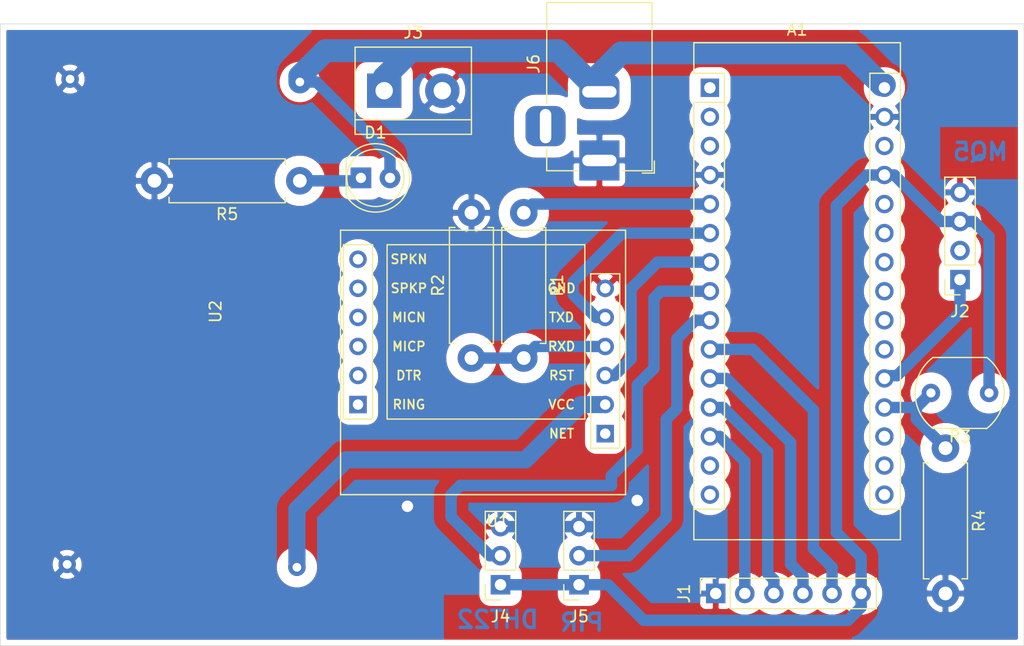
<source format=kicad_pcb>
(kicad_pcb (version 20211014) (generator pcbnew)
  (layers (0 "F.Cu" signal) (31 "B.Cu" signal) (34 "B.Paste" user) (35 "F.Paste" user) (36 "B.SilkS" user "B.Silkscreen") (37 "F.SilkS" user "F.Silkscreen") (38 "B.Mask" user) (39 "F.Mask" user) (44 "Edge.Cuts" user))
  (net 0 "")
  (net 1 "Net-(A1-Pad1)")
  (net 2 "Net-(A1-Pad17)")
  (net 3 "Net-(A1-Pad2)")
  (net 4 "Net-(A1-Pad18)")
  (net 5 "Net-(A1-Pad3)")
  (net 6 "/LDR_SENSE")
  (net 7 "GND")
  (net 8 "/GAS_SENSE")
  (net 9 "/5V_GSM_RX")
  (net 10 "Net-(A1-Pad21)")
  (net 11 "/GSM_TX")
  (net 12 "Net-(A1-Pad22)")
  (net 13 "/GSM_RST")
  (net 14 "Net-(A1-Pad23)")
  (net 15 "/TEMP_SENSE")
  (net 16 "Net-(A1-Pad24)")
  (net 17 "/PIR_SENSE")
  (net 18 "Net-(A1-Pad25)")
  (net 19 "/ELECTRIC_FAN")
  (net 20 "Net-(A1-Pad26)")
  (net 21 "/APPLIANCE")
  (net 22 "+5V")
  (net 23 "/INSIDE_BULB")
  (net 24 "Net-(A1-Pad28)")
  (net 25 "/OUTSIDE_BULB")
  (net 26 "Net-(A1-Pad14)")
  (net 27 "VCC")
  (net 28 "Net-(A1-Pad15)")
  (net 29 "Net-(A1-Pad16)")
  (net 30 "Net-(D1-Pad1)")
  (net 31 "Net-(J2-Pad2)")
  (net 32 "/GSM_RX")
  (net 33 "Net-(U1-Pad6)")
  (net 34 "Net-(U1-Pad7)")
  (net 35 "Net-(U1-Pad8)")
  (net 36 "Net-(U1-Pad9)")
  (net 37 "Net-(U1-Pad10)")
  (net 38 "Net-(U1-Pad11)")
  (net 39 "+4V")
  (footprint "Module:Arduino_Nano" (layer "F.Cu") (at 83.312 52.07)
    (fp_text reference "A1" (at 7.62 -5.08) (layer "F.SilkS"))
    (fp_text value "Arduino_Nano_v3.x")
    (fp_line (start 13.97 -1.27) (end 13.97 36.83) (layer "F.SilkS") (width 0.12))
    (fp_line (start -1.4 39.5) (end 16.64 39.5) (layer "F.SilkS") (width 0.12))
    (fp_line (start 16.64 -3.94) (end -1.4 -3.94) (layer "F.SilkS") (width 0.12))
    (fp_line (start 13.97 -1.27) (end 16.64 -1.27) (layer "F.SilkS") (width 0.12))
    (fp_line (start 1.27 1.27) (end 1.27 -1.27) (layer "F.SilkS") (width 0.12))
    (fp_line (start -1.4 -3.94) (end -1.4 -1.27) (layer "F.SilkS") (width 0.12))
    (fp_line (start 1.27 1.27) (end 1.27 36.83) (layer "F.SilkS") (width 0.12))
    (fp_line (start 1.27 1.27) (end -1.4 1.27) (layer "F.SilkS") (width 0.12))
    (fp_line (start -1.4 1.27) (end -1.4 39.5) (layer "F.SilkS") (width 0.12))
    (fp_line (start 16.64 39.5) (end 16.64 -3.94) (layer "F.SilkS") (width 0.12))
    (fp_line (start 13.97 36.83) (end 16.64 36.83) (layer "F.SilkS") (width 0.12))
    (fp_line (start 1.27 -1.27) (end -1.4 -1.27) (layer "F.SilkS") (width 0.12))
    (fp_line (start 1.27 36.83) (end -1.4 36.83) (layer "F.SilkS") (width 0.12))
    (pad "1" thru_hole rect locked (at 0 0) (size 1.6 1.6) (drill 1) (layers *.Cu *.Mask) (net 1 "Net-(A1-Pad1)"))
    (pad "2" thru_hole oval locked (at 0 2.54) (size 1.6 1.6) (drill 1) (layers *.Cu *.Mask) (net 3 "Net-(A1-Pad2)"))
    (pad "3" thru_hole oval locked (at 0 5.08) (size 1.6 1.6) (drill 1) (layers *.Cu *.Mask) (net 5 "Net-(A1-Pad3)"))
    (pad "4" thru_hole oval locked (at 0 7.62) (size 1.6 1.6) (drill 1) (layers *.Cu *.Mask) (net 7 "GND"))
    (pad "5" thru_hole oval locked (at 0 10.16) (size 1.6 1.6) (drill 1) (layers *.Cu *.Mask) (net 9 "/5V_GSM_RX"))
    (pad "6" thru_hole oval locked (at 0 12.7) (size 1.6 1.6) (drill 1) (layers *.Cu *.Mask) (net 11 "/GSM_TX"))
    (pad "7" thru_hole oval locked (at 0 15.24) (size 1.6 1.6) (drill 1) (layers *.Cu *.Mask) (net 13 "/GSM_RST"))
    (pad "8" thru_hole oval locked (at 0 17.78) (size 1.6 1.6) (drill 1) (layers *.Cu *.Mask) (net 15 "/TEMP_SENSE"))
    (pad "9" thru_hole oval locked (at 0 20.32) (size 1.6 1.6) (drill 1) (layers *.Cu *.Mask) (net 17 "/PIR_SENSE"))
    (pad "10" thru_hole oval locked (at 0 22.86) (size 1.6 1.6) (drill 1) (layers *.Cu *.Mask) (net 19 "/ELECTRIC_FAN"))
    (pad "11" thru_hole oval locked (at 0 25.4) (size 1.6 1.6) (drill 1) (layers *.Cu *.Mask) (net 21 "/APPLIANCE"))
    (pad "12" thru_hole oval locked (at 0 27.94) (size 1.6 1.6) (drill 1) (layers *.Cu *.Mask) (net 23 "/INSIDE_BULB"))
    (pad "13" thru_hole oval locked (at 0 30.48) (size 1.6 1.6) (drill 1) (layers *.Cu *.Mask) (net 25 "/OUTSIDE_BULB"))
    (pad "14" thru_hole oval locked (at 0 33.02) (size 1.6 1.6) (drill 1) (layers *.Cu *.Mask) (net 26 "Net-(A1-Pad14)"))
    (pad "15" thru_hole oval locked (at 0 35.56) (size 1.6 1.6) (drill 1) (layers *.Cu *.Mask) (net 28 "Net-(A1-Pad15)"))
    (pad "16" thru_hole oval locked (at 15.24 35.56) (size 1.6 1.6) (drill 1) (layers *.Cu *.Mask) (net 29 "Net-(A1-Pad16)"))
    (pad "17" thru_hole oval locked (at 15.24 33.02) (size 1.6 1.6) (drill 1) (layers *.Cu *.Mask) (net 2 "Net-(A1-Pad17)"))
    (pad "18" thru_hole oval locked (at 15.24 30.48) (size 1.6 1.6) (drill 1) (layers *.Cu *.Mask) (net 4 "Net-(A1-Pad18)"))
    (pad "19" thru_hole oval locked (at 15.24 27.94) (size 1.6 1.6) (drill 1) (layers *.Cu *.Mask) (net 6 "/LDR_SENSE"))
    (pad "20" thru_hole oval locked (at 15.24 25.4) (size 1.6 1.6) (drill 1) (layers *.Cu *.Mask) (net 8 "/GAS_SENSE"))
    (pad "21" thru_hole oval locked (at 15.24 22.86) (size 1.6 1.6) (drill 1) (layers *.Cu *.Mask) (net 10 "Net-(A1-Pad21)"))
    (pad "22" thru_hole oval locked (at 15.24 20.32) (size 1.6 1.6) (drill 1) (layers *.Cu *.Mask) (net 12 "Net-(A1-Pad22)"))
    (pad "23" thru_hole oval locked (at 15.24 17.78) (size 1.6 1.6) (drill 1) (layers *.Cu *.Mask) (net 14 "Net-(A1-Pad23)"))
    (pad "24" thru_hole oval locked (at 15.24 15.24) (size 1.6 1.6) (drill 1) (layers *.Cu *.Mask) (net 16 "Net-(A1-Pad24)"))
    (pad "25" thru_hole oval locked (at 15.24 12.7) (size 1.6 1.6) (drill 1) (layers *.Cu *.Mask) (net 18 "Net-(A1-Pad25)"))
    (pad "26" thru_hole oval locked (at 15.24 10.16) (size 1.6 1.6) (drill 1) (layers *.Cu *.Mask) (net 20 "Net-(A1-Pad26)"))
    (pad "27" thru_hole oval locked (at 15.24 7.62) (size 1.6 1.6) (drill 1) (layers *.Cu *.Mask) (net 22 "+5V"))
    (pad "28" thru_hole oval locked (at 15.24 5.08) (size 1.6 1.6) (drill 1) (layers *.Cu *.Mask) (net 24 "Net-(A1-Pad28)"))
    (pad "29" thru_hole oval locked (at 15.24 2.54) (size 1.6 1.6) (drill 1) (layers *.Cu *.Mask) (net 7 "GND"))
    (pad "30" thru_hole oval locked (at 15.24 0) (size 1.6 1.6) (drill 1) (layers *.Cu *.Mask) (net 27 "VCC"))
  )
  (footprint "LED_THT:LED_D5.0mm" (layer "F.Cu") (at 52.832 59.944)
    (fp_text reference "D1" (at 1.27 -3.96) (layer "F.SilkS"))
    (fp_text value "LED_Small")
    (fp_line (start -1.29 -1.545) (end -1.29 1.545) (layer "F.SilkS") (width 0.12))
    (fp_arc (start 4.26 -0.000462) (mid 2.072002 2.880433) (end -1.29 1.54483) (layer "F.SilkS") (width 0.12))
    (fp_arc (start -1.29 -1.54483) (mid 2.072002 -2.880433) (end 4.26 0.000462) (layer "F.SilkS") (width 0.12))
    (fp_circle (center 1.27 0) (end 3.77 0) (layer "F.SilkS") (width 0.12) (fill none))
    (pad "1" thru_hole rect locked (at 0 0) (size 1.8 1.8) (drill 0.9) (layers *.Cu *.Mask) (net 30 "Net-(D1-Pad1)"))
    (pad "2" thru_hole circle locked (at 2.54 0) (size 1.8 1.8) (drill 0.9) (layers *.Cu *.Mask) (net 27 "VCC"))
  )
  (footprint "Connector_PinSocket_2.54mm:PinSocket_1x06_P2.54mm_Vertical" (layer "F.Cu") (at 83.82 96.266 90)
    (fp_text reference "J1" (at 0 -2.77 90) (layer "F.SilkS"))
    (fp_text value "RELAY MODULE")
    (fp_line (start 0 -1.33) (end 1.33 -1.33) (layer "F.SilkS") (width 0.12))
    (fp_line (start -1.33 1.27) (end -1.33 14.03) (layer "F.SilkS") (width 0.12))
    (fp_line (start -1.33 14.03) (end 1.33 14.03) (layer "F.SilkS") (width 0.12))
    (fp_line (start 1.33 -1.33) (end 1.33 0) (layer "F.SilkS") (width 0.12))
    (fp_line (start 1.33 1.27) (end 1.33 14.03) (layer "F.SilkS") (width 0.12))
    (fp_line (start -1.33 1.27) (end 1.33 1.27) (layer "F.SilkS") (width 0.12))
    (pad "1" thru_hole rect locked (at 0 0 90) (size 1.7 1.7) (drill 1) (layers *.Cu *.Mask) (net 7 "GND"))
    (pad "2" thru_hole oval locked (at 0 2.54 90) (size 1.7 1.7) (drill 1) (layers *.Cu *.Mask) (net 25 "/OUTSIDE_BULB"))
    (pad "3" thru_hole oval locked (at 0 5.08 90) (size 1.7 1.7) (drill 1) (layers *.Cu *.Mask) (net 23 "/INSIDE_BULB"))
    (pad "4" thru_hole oval locked (at 0 7.62 90) (size 1.7 1.7) (drill 1) (layers *.Cu *.Mask) (net 21 "/APPLIANCE"))
    (pad "5" thru_hole oval locked (at 0 10.16 90) (size 1.7 1.7) (drill 1) (layers *.Cu *.Mask) (net 19 "/ELECTRIC_FAN"))
    (pad "6" thru_hole oval locked (at 0 12.7 90) (size 1.7 1.7) (drill 1) (layers *.Cu *.Mask) (net 22 "+5V"))
  )
  (footprint "Connector_PinSocket_2.54mm:PinSocket_1x04_P2.54mm_Vertical" (layer "F.Cu") (at 105.156 68.834 180)
    (fp_text reference "J2" (at 0 -2.77) (layer "F.SilkS"))
    (fp_text value "MQ5")
    (fp_line (start 1.33 -1.33) (end 1.33 0) (layer "F.SilkS") (width 0.12))
    (fp_line (start 1.33 1.27) (end 1.33 8.95) (layer "F.SilkS") (width 0.12))
    (fp_line (start 0 -1.33) (end 1.33 -1.33) (layer "F.SilkS") (width 0.12))
    (fp_line (start -1.33 8.95) (end 1.33 8.95) (layer "F.SilkS") (width 0.12))
    (fp_line (start -1.33 1.27) (end 1.33 1.27) (layer "F.SilkS") (width 0.12))
    (fp_line (start -1.33 1.27) (end -1.33 8.95) (layer "F.SilkS") (width 0.12))
    (pad "1" thru_hole rect locked (at 0 0 180) (size 1.7 1.7) (drill 1) (layers *.Cu *.Mask) (net 8 "/GAS_SENSE"))
    (pad "2" thru_hole oval locked (at 0 2.54 180) (size 1.7 1.7) (drill 1) (layers *.Cu *.Mask) (net 31 "Net-(J2-Pad2)"))
    (pad "3" thru_hole oval locked (at 0 5.08 180) (size 1.7 1.7) (drill 1) (layers *.Cu *.Mask) (net 22 "+5V"))
    (pad "4" thru_hole oval locked (at 0 7.62 180) (size 1.7 1.7) (drill 1) (layers *.Cu *.Mask) (net 7 "GND"))
  )
  (footprint "TerminalBlock:TerminalBlock_bornier-2_P5.08mm" (layer "F.Cu") (at 54.864 52.324)
    (fp_text reference "J3" (at 2.54 -5.08) (layer "F.SilkS"))
    (fp_text value "Screw_Terminal_01x02")
    (fp_line (start -2.54 -3.81) (end -2.54 3.81) (layer "F.SilkS") (width 0.12))
    (fp_line (start 7.62 3.81) (end 7.62 -3.81) (layer "F.SilkS") (width 0.12))
    (fp_line (start 7.62 -3.81) (end -2.54 -3.81) (layer "F.SilkS") (width 0.12))
    (fp_line (start -2.54 3.81) (end 7.62 3.81) (layer "F.SilkS") (width 0.12))
    (fp_line (start 7.62 2.54) (end -2.54 2.54) (layer "F.SilkS") (width 0.12))
    (pad "1" thru_hole rect locked (at 0 0) (size 3 3) (drill 1.52) (layers *.Cu *.Mask) (net 27 "VCC"))
    (pad "2" thru_hole circle locked (at 5.08 0) (size 3 3) (drill 1.52) (layers *.Cu *.Mask) (net 7 "GND"))
  )
  (footprint "Connector_PinSocket_2.54mm:PinSocket_1x03_P2.54mm_Vertical" (layer "F.Cu") (at 65.024 95.504 180)
    (fp_text reference "J4" (at 0 -2.77) (layer "F.SilkS"))
    (fp_text value "DHT22")
    (fp_line (start -1.33 6.41) (end 1.33 6.41) (layer "F.SilkS") (width 0.12))
    (fp_line (start 0 -1.33) (end 1.33 -1.33) (layer "F.SilkS") (width 0.12))
    (fp_line (start -1.33 1.27) (end 1.33 1.27) (layer "F.SilkS") (width 0.12))
    (fp_line (start -1.33 1.27) (end -1.33 6.41) (layer "F.SilkS") (width 0.12))
    (fp_line (start 1.33 -1.33) (end 1.33 0) (layer "F.SilkS") (width 0.12))
    (fp_line (start 1.33 1.27) (end 1.33 6.41) (layer "F.SilkS") (width 0.12))
    (pad "1" thru_hole rect locked (at 0 0 180) (size 1.7 1.7) (drill 1) (layers *.Cu *.Mask) (net 22 "+5V"))
    (pad "2" thru_hole oval locked (at 0 2.54 180) (size 1.7 1.7) (drill 1) (layers *.Cu *.Mask) (net 15 "/TEMP_SENSE"))
    (pad "3" thru_hole oval locked (at 0 5.08 180) (size 1.7 1.7) (drill 1) (layers *.Cu *.Mask) (net 7 "GND"))
  )
  (footprint "Connector_PinSocket_2.54mm:PinSocket_1x03_P2.54mm_Vertical" (layer "F.Cu") (at 71.882 95.504 180)
    (fp_text reference "J5" (at 0 -2.77) (layer "F.SilkS"))
    (fp_text value "PIR")
    (fp_line (start 0 -1.33) (end 1.33 -1.33) (layer "F.SilkS") (width 0.12))
    (fp_line (start -1.33 1.27) (end -1.33 6.41) (layer "F.SilkS") (width 0.12))
    (fp_line (start 1.33 -1.33) (end 1.33 0) (layer "F.SilkS") (width 0.12))
    (fp_line (start -1.33 1.27) (end 1.33 1.27) (layer "F.SilkS") (width 0.12))
    (fp_line (start -1.33 6.41) (end 1.33 6.41) (layer "F.SilkS") (width 0.12))
    (fp_line (start 1.33 1.27) (end 1.33 6.41) (layer "F.SilkS") (width 0.12))
    (pad "1" thru_hole rect locked (at 0 0 180) (size 1.7 1.7) (drill 1) (layers *.Cu *.Mask) (net 22 "+5V"))
    (pad "2" thru_hole oval locked (at 0 2.54 180) (size 1.7 1.7) (drill 1) (layers *.Cu *.Mask) (net 17 "/PIR_SENSE"))
    (pad "3" thru_hole oval locked (at 0 5.08 180) (size 1.7 1.7) (drill 1) (layers *.Cu *.Mask) (net 7 "GND"))
  )
  (footprint "OptoDevice:R_LDR_7x6mm_P5.1mm_Vertical" (layer "F.Cu") (at 107.696 78.74 180)
    (fp_text reference "R3" (at 2.54 -3.81) (layer "F.SilkS"))
    (fp_text value "R_PHOTO")
    (fp_line (start 0.2 -3.1) (end 4.9 -3.1) (layer "F.SilkS") (width 0.12))
    (fp_line (start 0.2 3.1) (end 4.9 3.1) (layer "F.SilkS") (width 0.12))
    (fp_arc (start 0.2 3.1) (mid -1.320423 -0.016888) (end 0.226796 -3.120561) (layer "F.SilkS") (width 0.12))
    (fp_arc (start 4.9 -3.1) (mid 6.460049 0.00492) (end 4.89209 3.105853) (layer "F.SilkS") (width 0.12))
    (pad "1" thru_hole circle locked (at 0 0 180) (size 1.6 1.6) (drill 0.8) (layers *.Cu *.Mask) (net 22 "+5V"))
    (pad "2" thru_hole circle locked (at 5.08 0 180) (size 1.6 1.6) (drill 0.8) (layers *.Cu *.Mask) (net 6 "/LDR_SENSE"))
  )
  (footprint "Resistor_THT:R_Axial_DIN0411_L9.9mm_D3.6mm_P12.70mm_Horizontal" (layer "F.Cu") (at 103.886 83.566 -90)
    (fp_text reference "R4" (at 6.35 -2.92 90) (layer "F.SilkS"))
    (fp_text value "R_Small")
    (fp_line (start 1.28 1.92) (end 11.42 1.92) (layer "F.SilkS") (width 0.12))
    (fp_line (start 1.28 -1.92) (end 11.42 -1.92) (layer "F.SilkS") (width 0.12))
    (fp_line (start 11.42 -1.92) (end 11.42 -1.44) (layer "F.SilkS") (width 0.12))
    (fp_line (start 11.42 1.92) (end 11.42 1.44) (layer "F.SilkS") (width 0.12))
    (fp_line (start 1.28 -1.44) (end 1.28 -1.92) (layer "F.SilkS") (width 0.12))
    (fp_line (start 1.28 1.44) (end 1.28 1.92) (layer "F.SilkS") (width 0.12))
    (pad "1" thru_hole circle locked (at 0 0 270) (size 2.4 2.4) (drill 1.2) (layers *.Cu *.Mask) (net 6 "/LDR_SENSE"))
    (pad "2" thru_hole oval locked (at 12.7 0 270) (size 2.4 2.4) (drill 1.2) (layers *.Cu *.Mask) (net 7 "GND"))
  )
  (footprint "Resistor_THT:R_Axial_DIN0411_L9.9mm_D3.6mm_P12.70mm_Horizontal" (layer "F.Cu") (at 47.498 60.198 180)
    (fp_text reference "R5" (at 6.35 -2.92) (layer "F.SilkS"))
    (fp_text value "R_Small")
    (fp_line (start 1.28 1.44) (end 1.28 1.92) (layer "F.SilkS") (width 0.12))
    (fp_line (start 11.42 -1.92) (end 11.42 -1.44) (layer "F.SilkS") (width 0.12))
    (fp_line (start 1.28 -1.44) (end 1.28 -1.92) (layer "F.SilkS") (width 0.12))
    (fp_line (start 11.42 1.92) (end 11.42 1.44) (layer "F.SilkS") (width 0.12))
    (fp_line (start 1.28 1.92) (end 11.42 1.92) (layer "F.SilkS") (width 0.12))
    (fp_line (start 1.28 -1.92) (end 11.42 -1.92) (layer "F.SilkS") (width 0.12))
    (pad "1" thru_hole circle locked (at 0 0 180) (size 2.4 2.4) (drill 1.2) (layers *.Cu *.Mask) (net 30 "Net-(D1-Pad1)"))
    (pad "2" thru_hole oval locked (at 12.7 0 180) (size 2.4 2.4) (drill 1.2) (layers *.Cu *.Mask) (net 7 "GND"))
  )
  (footprint "A_personal:SIM800L" (layer "F.Cu") (at 74.168 82.296 180)
    (fp_text reference "U1" (at 9.398 -7.62 180) (layer "F.SilkS"))
    (fp_text value "SIM800L")
    (fp_text user "GND" (at 3.81 12.7 180) (layer "F.SilkS") (effects (font (size 0.8 0.8))))
    (fp_text user "DTR" (at 17.145 5.08 180) (layer "F.SilkS") (effects (font (size 0.8 0.8))))
    (fp_text user "RING" (at 17.145 2.54 180) (layer "F.SilkS") (effects (font (size 0.8 0.8))))
    (fp_text user "MICN" (at 17.145 10.16 180) (layer "F.SilkS") (effects (font (size 0.8 0.8))))
    (fp_text user "MICP" (at 17.145 7.62 180) (layer "F.SilkS") (effects (font (size 0.8 0.8))))
    (fp_text user "VCC" (at 3.81 2.54 180) (layer "F.SilkS") (effects (font (size 0.8 0.8))))
    (fp_text user "NET" (at 3.81 0 180) (layer "F.SilkS") (effects (font (size 0.8 0.8))))
    (fp_text user "SPKP" (at 17.145 12.7 180) (layer "F.SilkS") (effects (font (size 0.8 0.8))))
    (fp_text user "TXD" (at 3.81 10.16 180) (layer "F.SilkS") (effects (font (size 0.8 0.8))))
    (fp_text user "SPKN" (at 17.145 15.24 180) (layer "F.SilkS") (effects (font (size 0.8 0.8))))
    (fp_text user "RXD" (at 3.81 7.62 180) (layer "F.SilkS") (effects (font (size 0.8 0.8))))
    (fp_text user "RST" (at 3.81 5.08 180) (layer "F.SilkS") (effects (font (size 0.8 0.8))))
    (fp_line (start 1.27 13.97) (end -1.27 13.97) (layer "F.SilkS") (width 0.12))
    (fp_line (start 22.86 16.51) (end 22.86 1.27) (layer "F.SilkS") (width 0.12))
    (fp_line (start 23.114 -5.334) (end 23.114 17.78) (layer "F.SilkS") (width 0.12))
    (fp_line (start 1.27 -1.27) (end 1.27 13.97) (layer "F.SilkS") (width 0.12))
    (fp_line (start 20.32 1.27) (end 20.32 16.51) (layer "F.SilkS") (width 0.12))
    (fp_line (start 19.05 16.51) (end 1.778 16.51) (layer "F.SilkS") (width 0.12))
    (fp_line (start 20.32 16.51) (end 22.86 16.51) (layer "F.SilkS") (width 0.12))
    (fp_line (start 1.778 16.51) (end 1.778 1.27) (layer "F.SilkS") (width 0.12))
    (fp_line (start -1.778 -5.334) (end -1.778 17.78) (layer "F.SilkS") (width 0.12))
    (fp_line (start 19.05 1.27) (end 19.05 16.51) (layer "F.SilkS") (width 0.12))
    (fp_line (start -1.778 -5.334) (end 23.114 -5.334) (layer "F.SilkS") (width 0.12))
    (fp_line (start 22.86 1.27) (end 20.32 1.27) (layer "F.SilkS") (width 0.12))
    (fp_line (start 1.778 1.27) (end 19.05 1.27) (layer "F.SilkS") (width 0.12))
    (fp_line (start -1.778 17.78) (end 23.114 17.78) (layer "F.SilkS") (width 0.12))
    (fp_line (start -1.27 -1.27) (end 1.27 -1.27) (layer "F.SilkS") (width 0.12))
    (fp_line (start -1.27 13.97) (end -1.27 -1.27) (layer "F.SilkS") (width 0.12))
    (pad "0" thru_hole rect locked (at 0 0 180) (size 1.524 1.524) (drill 0.91) (layers *.Cu *.Mask))
    (pad "1" thru_hole circle locked (at 0 2.54 180) (size 1.524 1.524) (drill 0.91) (layers *.Cu *.Mask) (net 39 "+4V"))
    (pad "2" thru_hole circle locked (at 0 5.08 180) (size 1.524 1.524) (drill 0.91) (layers *.Cu *.Mask) (net 13 "/GSM_RST"))
    (pad "3" thru_hole circle locked (at 0 7.62 180) (size 1.524 1.524) (drill 0.91) (layers *.Cu *.Mask) (net 32 "/GSM_RX"))
    (pad "4" thru_hole circle locked (at 0 10.16 180) (size 1.524 1.524) (drill 0.91) (layers *.Cu *.Mask) (net 11 "/GSM_TX"))
    (pad "5" thru_hole circle locked (at 0 12.7 180) (size 1.524 1.524) (drill 0.91) (layers *.Cu *.Mask) (net 7 "GND"))
    (pad "6" thru_hole rect locked (at 21.59 2.54 180) (size 1.524 1.524) (drill 0.91) (layers *.Cu *.Mask) (net 33 "Net-(U1-Pad6)"))
    (pad "7" thru_hole circle locked (at 21.59 5.08 180) (size 1.524 1.524) (drill 0.91) (layers *.Cu *.Mask) (net 34 "Net-(U1-Pad7)"))
    (pad "8" thru_hole circle locked (at 21.59 7.62 180) (size 1.524 1.524) (drill 0.91) (layers *.Cu *.Mask) (net 35 "Net-(U1-Pad8)"))
    (pad "9" thru_hole circle locked (at 21.59 10.16 180) (size 1.524 1.524) (drill 0.91) (layers *.Cu *.Mask) (net 36 "Net-(U1-Pad9)"))
    (pad "10" thru_hole circle locked (at 21.59 12.7 180) (size 1.524 1.524) (drill 0.91) (layers *.Cu *.Mask) (net 37 "Net-(U1-Pad10)"))
    (pad "11" thru_hole circle locked (at 21.59 15.24 180) (size 1.524 1.524) (drill 0.91) (layers *.Cu *.Mask) (net 38 "Net-(U1-Pad11)"))
  )
  (footprint "A_personal:backconverter" (layer "F.Cu") (at 51.054 60.706 -90)
    (fp_text reference "U2" (at 10.922 10.914 90) (layer "F.SilkS"))
    (fp_text value "buckconverter")
    (pad "1" thru_hole circle locked (at -9.144 3.556 270) (size 1.524 1.524) (drill 0.762) (layers *.Cu *.Mask) (net 27 "VCC"))
    (pad "2" thru_hole circle locked (at -9.398 23.622 270) (size 1.524 1.524) (drill 0.762) (layers *.Cu *.Mask) (net 7 "GND"))
    (pad "3" thru_hole circle locked (at 33.274 3.81 270) (size 1.524 1.524) (drill 0.762) (layers *.Cu *.Mask) (net 39 "+4V"))
    (pad "4" thru_hole circle locked (at 33.02 23.876 270) (size 1.524 1.524) (drill 0.762) (layers *.Cu *.Mask) (net 7 "GND"))
  )
  (footprint "Connector_BarrelJack:BarrelJack_Horizontal" (layer "F.Cu") (at 73.66 58.42 -90)
    (fp_text reference "J6" (at -8.45 5.75 90) (layer "F.SilkS"))
    (fp_text value "Barrel_Jack")
    (fp_line (start -13.8 4.6) (end -13.8 -4.6) (layer "F.SilkS") (width 0.12))
    (fp_line (start -13.8 -4.6) (end 0.9 -4.6) (layer "F.SilkS") (width 0.12))
    (fp_line (start 0.9 -4.6) (end 0.9 -2) (layer "F.SilkS") (width 0.12))
    (fp_line (start 1.1 -3.75) (end 1.1 -4.8) (layer "F.SilkS") (width 0.12))
    (fp_line (start 0.9 4.6) (end -1 4.6) (layer "F.SilkS") (width 0.12))
    (fp_line (start 0.9 1.9) (end 0.9 4.6) (layer "F.SilkS") (width 0.12))
    (fp_line (start -5 4.6) (end -13.8 4.6) (layer "F.SilkS") (width 0.12))
    (fp_line (start 0.05 -4.8) (end 1.1 -4.8) (layer "F.SilkS") (width 0.12))
    (pad "1" thru_hole rect locked (at 0 0 270) (size 3.5 3.5) (drill oval 1 3) (layers *.Cu *.Mask) (net 7 "GND"))
    (pad "2" thru_hole roundrect locked (at -6 0 270) (size 3 3.5) (drill oval 1 3) (layers *.Cu *.Mask) (net 27 "VCC"))
    (pad "3" thru_hole roundrect locked (at -3 4.7 270) (size 3.5 3.5) (drill oval 3 1) (layers *.Cu *.Mask))
  )
  (footprint "Resistor_THT:R_Axial_DIN0411_L9.9mm_D3.6mm_P12.70mm_Horizontal" (layer "F.Cu") (at 67.056 62.992 -90)
    (fp_text reference "R1" (at 6.35 -2.92 90) (layer "F.SilkS"))
    (fp_text value "R_Small")
    (fp_line (start 1.28 -1.44) (end 1.28 -1.92) (layer "F.SilkS") (width 0.12))
    (fp_line (start 1.28 1.44) (end 1.28 1.92) (layer "F.SilkS") (width 0.12))
    (fp_line (start 1.28 -1.92) (end 11.42 -1.92) (layer "F.SilkS") (width 0.12))
    (fp_line (start 1.28 1.92) (end 11.42 1.92) (layer "F.SilkS") (width 0.12))
    (fp_line (start 11.42 1.92) (end 11.42 1.44) (layer "F.SilkS") (width 0.12))
    (fp_line (start 11.42 -1.92) (end 11.42 -1.44) (layer "F.SilkS") (width 0.12))
    (pad "1" thru_hole circle locked (at 0 0 270) (size 2.4 2.4) (drill 1.2) (layers *.Cu *.Mask) (net 9 "/5V_GSM_RX"))
    (pad "2" thru_hole oval locked (at 12.7 0 270) (size 2.4 2.4) (drill 1.2) (layers *.Cu *.Mask) (net 32 "/GSM_RX"))
  )
  (footprint "Resistor_THT:R_Axial_DIN0411_L9.9mm_D3.6mm_P12.70mm_Horizontal" (layer "F.Cu") (at 62.484 75.692 90)
    (fp_text reference "R2" (at 6.35 -2.92 90) (layer "F.SilkS"))
    (fp_text value "R_Small")
    (fp_line (start 1.28 -1.44) (end 1.28 -1.92) (layer "F.SilkS") (width 0.12))
    (fp_line (start 11.42 -1.92) (end 11.42 -1.44) (layer "F.SilkS") (width 0.12))
    (fp_line (start 1.28 1.92) (end 11.42 1.92) (layer "F.SilkS") (width 0.12))
    (fp_line (start 1.28 -1.92) (end 11.42 -1.92) (layer "F.SilkS") (width 0.12))
    (fp_line (start 1.28 1.44) (end 1.28 1.92) (layer "F.SilkS") (width 0.12))
    (fp_line (start 11.42 1.92) (end 11.42 1.44) (layer "F.SilkS") (width 0.12))
    (pad "1" thru_hole circle locked (at 0 0 90) (size 2.4 2.4) (drill 1.2) (layers *.Cu *.Mask) (net 32 "/GSM_RX"))
    (pad "2" thru_hole oval locked (at 12.7 0 90) (size 2.4 2.4) (drill 1.2) (layers *.Cu *.Mask) (net 7 "GND"))
  )
  (gr_line (start 21.336 100.838) (end 21.336 46.482) (layer "Edge.Cuts") (width 0.05))
  (gr_line (start 110.744 46.482) (end 110.744 100.838) (layer "Edge.Cuts") (width 0.05))
  (gr_line (start 21.336 46.482) (end 110.744 46.482) (layer "Edge.Cuts") (width 0.05))
  (gr_line (start 110.744 100.838) (end 21.336 100.838) (layer "Edge.Cuts") (width 0.05))
  (gr_text "MQ5" (at 106.934 57.658) (layer "B.Cu") (effects (font (size 1.5 1.5) (thickness 0.3)) (justify mirror)))
  (gr_text "DHT22" (at 64.77 98.552) (layer "B.Cu") (effects (font (size 1.5 1.5) (thickness 0.3)) (justify mirror)))
  (gr_text "PIR" (at 72.136 98.806) (layer "B.Cu") (effects (font (size 1.5 1.5) (thickness 0.3)) (justify mirror)))
  (segment (start 103.886 83.566) (end 101.346 81.026) (width 1) (layer "B.Cu") (net 6))
  (segment (start 101.346 80.01) (end 102.616 78.74) (width 1) (layer "B.Cu") (net 6))
  (segment (start 101.346 81.026) (end 101.346 80.01) (width 1) (layer "B.Cu") (net 6))
  (segment (start 98.552 80.01) (end 101.346 80.01) (width 1) (layer "B.Cu") (net 6))
  (segment (start 76.962 88.138) (end 57.404 88.138) (width 1) (layer "F.Cu") (net 7))
  (segment (start 57.404 88.138) (end 56.896 88.646) (width 1) (layer "F.Cu") (net 7))
  (via (at 76.962 88.138) (size 1.2) (drill 1) (layers "F.Cu" "B.Cu") (net 7))
  (via (at 56.896 88.646) (size 1.2) (drill 1) (layers "F.Cu" "B.Cu") (net 7))
  (segment (start 71.882 90.424) (end 65.024 90.424) (width 1) (layer "B.Cu") (net 7))
  (segment (start 71.882 90.424) (end 74.676 90.424) (width 1) (layer "B.Cu") (net 7))
  (segment (start 74.676 90.424) (end 76.962 88.138) (width 1) (layer "B.Cu") (net 7))
  (segment (start 105.156 71.730002) (end 99.656001 77.230001) (width 1) (layer "B.Cu") (net 8))
  (segment (start 98.791999 77.230001) (end 98.552 77.47) (width 1) (layer "B.Cu") (net 8))
  (segment (start 99.656001 77.230001) (end 98.791999 77.230001) (width 1) (layer "B.Cu") (net 8))
  (segment (start 105.156 68.834) (end 105.156 71.730002) (width 1) (layer "B.Cu") (net 8))
  (segment (start 83.312 62.23) (end 67.818 62.23) (width 1) (layer "B.Cu") (net 9))
  (segment (start 67.818 62.23) (end 67.056 62.992) (width 1) (layer "B.Cu") (net 9))
  (segment (start 73.360238 72.136) (end 71.374 70.149762) (width 1) (layer "B.Cu") (net 11))
  (segment (start 75.646238 64.77) (end 83.312 64.77) (width 1) (layer "B.Cu") (net 11))
  (segment (start 74.168 72.136) (end 73.360238 72.136) (width 1) (layer "B.Cu") (net 11))
  (segment (start 71.374 69.042238) (end 75.646238 64.77) (width 1) (layer "B.Cu") (net 11))
  (segment (start 71.374 70.149762) (end 71.374 69.042238) (width 1) (layer "B.Cu") (net 11))
  (segment (start 83.312 67.31) (end 78.74 67.31) (width 1) (layer "B.Cu") (net 13))
  (segment (start 76.430001 75.761761) (end 74.975762 77.216) (width 1) (layer "B.Cu") (net 13))
  (segment (start 78.74 67.31) (end 76.430001 69.619999) (width 1) (layer "B.Cu") (net 13))
  (segment (start 76.430001 69.619999) (end 76.430001 75.761761) (width 1) (layer "B.Cu") (net 13))
  (segment (start 74.975762 77.216) (end 74.168 77.216) (width 1) (layer "B.Cu") (net 13))
  (segment (start 74.71199 85.976012) (end 76.975772 83.71223) (width 1) (layer "B.Cu") (net 15))
  (segment (start 76.975772 83.71223) (end 76.975772 78.04443) (width 1) (layer "B.Cu") (net 15))
  (segment (start 60.706 87.63) (end 61.50399 86.83201) (width 1) (layer "B.Cu") (net 15))
  (segment (start 78.430011 70.448429) (end 79.02844 69.85) (width 1) (layer "B.Cu") (net 15))
  (segment (start 61.50399 86.83201) (end 74.71199 86.83201) (width 1) (layer "B.Cu") (net 15))
  (segment (start 60.706 89.584002) (end 60.706 87.63) (width 1) (layer "B.Cu") (net 15))
  (segment (start 74.71199 86.83201) (end 74.71199 85.976012) (width 1) (layer "B.Cu") (net 15))
  (segment (start 76.975772 78.04443) (end 78.430011 76.590192) (width 1) (layer "B.Cu") (net 15))
  (segment (start 78.430011 76.590192) (end 78.430011 70.448429) (width 1) (layer "B.Cu") (net 15))
  (segment (start 65.024 92.964) (end 64.085998 92.964) (width 1) (layer "B.Cu") (net 15))
  (segment (start 79.02844 69.85) (end 83.312 69.85) (width 1) (layer "B.Cu") (net 15))
  (segment (start 64.085998 92.964) (end 60.706 89.584002) (width 1) (layer "B.Cu") (net 15))
  (segment (start 83.312 72.39) (end 82.042 72.39) (width 1) (layer "B.Cu") (net 17))
  (segment (start 80.430021 74.001979) (end 80.430021 80.097979) (width 1) (layer "B.Cu") (net 17))
  (segment (start 80.430021 80.097979) (end 79.502 81.026) (width 1) (layer "B.Cu") (net 17))
  (segment (start 82.042 72.39) (end 80.430021 74.001979) (width 1) (layer "B.Cu") (net 17))
  (segment (start 76.2 92.964) (end 71.882 92.964) (width 1) (layer "B.Cu") (net 17))
  (segment (start 79.502 89.662) (end 76.2 92.964) (width 1) (layer "B.Cu") (net 17))
  (segment (start 79.502 81.026) (end 79.502 89.662) (width 1) (layer "B.Cu") (net 17))
  (segment (start 93.98 96.266) (end 93.98 93.98) (width 1) (layer "B.Cu") (net 19))
  (segment (start 87.048 74.93) (end 83.312 74.93) (width 1) (layer "B.Cu") (net 19))
  (segment (start 93.98 93.98) (end 92.360028 92.360028) (width 1) (layer "B.Cu") (net 19))
  (segment (start 92.360028 92.360028) (end 92.360028 80.242028) (width 1) (layer "B.Cu") (net 19))
  (segment (start 92.360028 80.242028) (end 87.048 74.93) (width 1) (layer "B.Cu") (net 19))
  (segment (start 91.44 94.775478) (end 90.36002 93.695498) (width 1) (layer "B.Cu") (net 21))
  (segment (start 90.360019 83.077137) (end 84.752882 77.47) (width 1) (layer "B.Cu") (net 21))
  (segment (start 90.36002 93.695498) (end 90.360019 83.077137) (width 1) (layer "B.Cu") (net 21))
  (segment (start 84.752882 77.47) (end 83.312 77.47) (width 1) (layer "B.Cu") (net 21))
  (segment (start 91.44 96.266) (end 91.44 94.775478) (width 1) (layer "B.Cu") (net 21))
  (segment (start 106.358081 63.754) (end 107.696 65.091919) (width 1) (layer "B.Cu") (net 22))
  (segment (start 105.156 63.754) (end 106.358081 63.754) (width 1) (layer "B.Cu") (net 22))
  (segment (start 97.028 59.69) (end 98.552 59.69) (width 1) (layer "B.Cu") (net 22))
  (segment (start 95.37208 98.616001) (end 77.534001 98.616001) (width 1) (layer "B.Cu") (net 22))
  (segment (start 99.416002 59.69) (end 98.552 59.69) (width 1) (layer "B.Cu") (net 22))
  (segment (start 77.534001 98.616001) (end 74.422 95.504) (width 1) (layer "B.Cu") (net 22))
  (segment (start 94.360038 62.357962) (end 97.028 59.69) (width 1) (layer "B.Cu") (net 22))
  (segment (start 96.52 93.091962) (end 94.360038 90.932) (width 1) (layer "B.Cu") (net 22))
  (segment (start 96.52 97.468081) (end 95.37208 98.616001) (width 1) (layer "B.Cu") (net 22))
  (segment (start 65.024 95.504) (end 71.882 95.504) (width 1) (layer "B.Cu") (net 22))
  (segment (start 107.696 65.091919) (end 107.696 65.532) (width 1) (layer "B.Cu") (net 22))
  (segment (start 105.156 63.754) (end 103.480002 63.754) (width 1) (layer "B.Cu") (net 22))
  (segment (start 96.52 96.266) (end 96.52 93.091962) (width 1) (layer "B.Cu") (net 22))
  (segment (start 74.422 95.504) (end 71.882 95.504) (width 1) (layer "B.Cu") (net 22))
  (segment (start 103.480002 63.754) (end 99.416002 59.69) (width 1) (layer "B.Cu") (net 22))
  (segment (start 96.52 96.266) (end 96.52 97.468081) (width 1) (layer "B.Cu") (net 22))
  (segment (start 107.696 78.74) (end 107.696 65.532) (width 1) (layer "B.Cu") (net 22))
  (segment (start 94.360038 90.932) (end 94.360038 62.357962) (width 1) (layer "B.Cu") (net 22))
  (segment (start 88.9 95.063919) (end 88.36001 94.523929) (width 1) (layer "B.Cu") (net 23))
  (segment (start 88.36001 94.523929) (end 88.36001 83.905568) (width 1) (layer "B.Cu") (net 23))
  (segment (start 84.464442 80.01) (end 83.312 80.01) (width 1) (layer "B.Cu") (net 23))
  (segment (start 88.36001 83.905568) (end 84.464442 80.01) (width 1) (layer "B.Cu") (net 23))
  (segment (start 88.9 96.266) (end 88.9 95.063919) (width 1) (layer "B.Cu") (net 23))
  (segment (start 86.36 84.733998) (end 86.36 96.266) (width 1) (layer "B.Cu") (net 25))
  (segment (start 83.312 82.55) (end 84.176002 82.55) (width 1) (layer "B.Cu") (net 25))
  (segment (start 84.176002 82.55) (end 86.36 84.733998) (width 1) (layer "B.Cu") (net 25))
  (segment (start 55.372 57.983998) (end 48.950002 51.562) (width 1) (layer "B.Cu") (net 27))
  (segment (start 73.66 52.42) (end 70.063999 48.823999) (width 2) (layer "B.Cu") (net 27))
  (segment (start 73.66 52.42) (end 73.66 50.92) (width 2) (layer "B.Cu") (net 27))
  (segment (start 55.372 59.944) (end 55.372 57.983998) (width 1) (layer "B.Cu") (net 27))
  (segment (start 70.063999 48.823999) (end 57.205999 48.823999) (width 2) (layer "B.Cu") (net 27))
  (segment (start 48.950002 51.562) (end 47.498 51.562) (width 1) (layer "B.Cu") (net 27))
  (segment (start 73.66 50.92) (end 75.558 49.022) (width 2) (layer "B.Cu") (net 27))
  (segment (start 57.205999 48.823999) (end 49.728001 48.823999) (width 2) (layer "B.Cu") (net 27))
  (segment (start 54.864 52.324) (end 54.864 51.165998) (width 2) (layer "B.Cu") (net 27))
  (segment (start 95.504 49.022) (end 98.291999 51.809999) (width 2) (layer "B.Cu") (net 27))
  (segment (start 54.864 51.165998) (end 57.205999 48.823999) (width 2) (layer "B.Cu") (net 27))
  (segment (start 47.498 51.054) (end 47.498 51.562) (width 2) (layer "B.Cu") (net 27))
  (segment (start 49.728001 48.823999) (end 47.498 51.054) (width 2) (layer "B.Cu") (net 27))
  (segment (start 75.558 49.022) (end 95.504 49.022) (width 2) (layer "B.Cu") (net 27))
  (segment (start 98.291999 51.809999) (end 98.552 51.809999) (width 2) (layer "B.Cu") (net 27))
  (segment (start 52.578 60.198) (end 52.832 59.944) (width 1) (layer "B.Cu") (net 30))
  (segment (start 47.498 60.198) (end 52.578 60.198) (width 1) (layer "B.Cu") (net 30))
  (segment (start 67.056 75.692) (end 68.072 74.676) (width 1) (layer "B.Cu") (net 32))
  (segment (start 62.484 75.692) (end 67.056 75.692) (width 1) (layer "B.Cu") (net 32))
  (segment (start 68.072 74.676) (end 74.168 74.676) (width 1) (layer "B.Cu") (net 32))
  (segment (start 72.033998 79.756) (end 74.168 79.756) (width 1.5) (layer "B.Cu") (net 39))
  (segment (start 67.207998 84.582) (end 72.033998 79.756) (width 1.5) (layer "B.Cu") (net 39))
  (segment (start 47.244 93.98) (end 47.244 88.9) (width 1.5) (layer "B.Cu") (net 39))
  (segment (start 47.244 88.9) (end 51.562 84.582) (width 1.5) (layer "B.Cu") (net 39))
  (segment (start 51.562 84.582) (end 67.207998 84.582) (width 1.5) (layer "B.Cu") (net 39))
  (zone (net 7) (net_name "GND") (layer "F.Cu") (connect_pads (clearance 0.508)) (min_thickness 0.254) (fill yes (thermal_gap 0.508) (thermal_bridge_width 0.508))
    (polygon (pts (xy 110.744 100.838) (xy 21.336 100.838) (xy 21.336 46.482) (xy 110.744 46.482)))
  )
  (zone (net 7) (net_name "GND") (layer "B.Cu") (connect_pads (clearance 0.508)) (min_thickness 0.254) (fill yes (thermal_gap 0.508) (thermal_bridge_width 0.508))
    (polygon (pts (xy 110.744 100.838) (xy 21.336 100.838) (xy 21.336 46.482) (xy 110.744 46.482)))
  )
)
</source>
